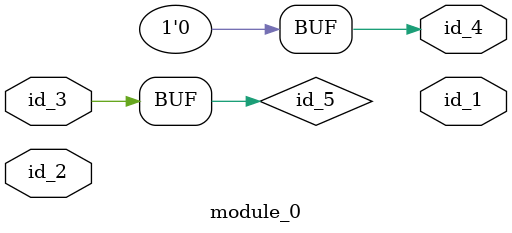
<source format=v>
module module_0 (
    id_1,
    id_2,
    id_3,
    id_4
);
  output id_4;
  input id_3;
  input id_2;
  output id_1;
  assign id_4 = 1 ? 1'b0 : 1;
  reg id_4, id_5;
  assign id_5 = id_5;
  initial begin
    id_4 = id_4;
    id_5 <= id_3;
    id_4 = id_2;
  end
endmodule

</source>
